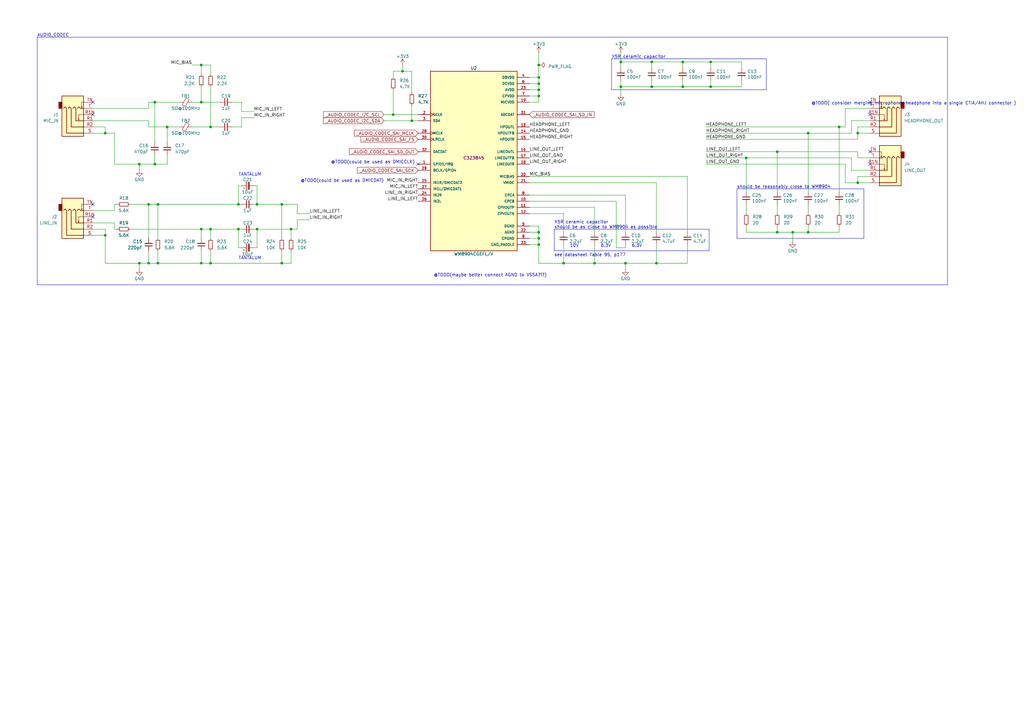
<source format=kicad_sch>
(kicad_sch (version 20230121) (generator eeschema)
  (paper "A3")
  (lib_symbols
    (symbol "Connector_Audio:AudioJack4_SwitchTR1"
      (property "Reference" "J" (at 0 11.43 0))
      (property "Value" "AudioJack4_SwitchTR1" (at 0 8.89 0))
      (symbol "AudioJack4_SwitchTR1_0_1"
        (rectangle (start -7.62 -5.08) (end -8.89 -7.62) (stroke (width 0.254)) (fill (type outline)))
        (polyline (pts (xy 1.27 -5.08) (xy 2.54 -5.08)))
        (polyline (pts (xy 1.27 2.54) (xy 2.54 2.54)))
        (polyline (pts (xy 2.54 0) (xy 1.27 0)))
        (polyline (pts (xy 2.54 5.08) (xy 1.27 5.08)))
        (rectangle (start 1.27 6.35) (end -7.62 -10.16) (stroke (width 0.254)) (fill (type background)))
      )
      (symbol "AudioJack4_SwitchTR1_1_1"
        (polyline (pts (xy -0.762 -0.254) (xy -0.508 -0.762)))
        (polyline (pts (xy 0.508 -5.334) (xy 0.762 -5.842)))
        (polyline (pts (xy -1.27 -5.08) (xy -0.635 -5.715) (xy 0 -5.08) (xy 1.27 -5.08)) (stroke (width 0.254)))
        (polyline (pts (xy 2.54 -7.62) (xy 0.508 -7.62) (xy 0.508 -5.334) (xy 0.254 -5.842)))
        (polyline (pts (xy 2.54 -2.54) (xy -0.762 -2.54) (xy -0.762 -0.254) (xy -1.016 -0.762)))
        (polyline (pts (xy -3.175 -5.08) (xy -2.54 -5.715) (xy -1.905 -5.08) (xy -1.905 0) (xy 1.27 0)) (stroke (width 0.254)))
        (polyline (pts (xy 1.27 2.54) (xy -3.81 2.54) (xy -3.81 -5.08) (xy -4.445 -5.715) (xy -5.08 -5.08)) (stroke (width 0.254)))
        (polyline (pts (xy 1.27 5.08) (xy -5.715 5.08) (xy -5.715 -5.08) (xy -6.35 -5.715) (xy -6.985 -5.08)) (stroke (width 0.254)))
        (pin passive line (at 5.08 0 180) (length 2.54) (name "~") (number "R1"))
        (pin passive line (at 5.08 -2.54 180) (length 2.54) (name "~") (number "R1N"))
        (pin passive line (at 5.08 2.54 180) (length 2.54) (name "~") (number "R2"))
        (pin passive line (at 5.08 5.08 180) (length 2.54) (name "~") (number "S"))
        (pin passive line (at 5.08 -5.08 180) (length 2.54) (name "~") (number "T"))
        (pin passive line (at 5.08 -7.62 180) (length 2.54) (name "~") (number "TN"))
      )
    )
    (symbol "Device:C_Polarized_Small" (pin_numbers hide) (pin_names (offset 0.254) hide)
      (property "Reference" "C" (at 0.254 1.778 0))
      (property "Value" "C_Polarized_Small" (at 0.254 -2.032 0))
      (symbol "C_Polarized_Small_0_1"
        (rectangle (start -1.524 -0.3048) (end 1.524 -0.6858) (fill (type outline)))
        (rectangle (start -1.524 0.6858) (end 1.524 0.3048))
        (polyline (pts (xy -1.27 1.524) (xy -0.762 1.524)))
        (polyline (pts (xy -1.016 1.27) (xy -1.016 1.778)))
      )
      (symbol "C_Polarized_Small_1_1"
        (pin passive line (at 0 2.54 270) (length 1.8542) (name "~") (number "1"))
        (pin passive line (at 0 -2.54 90) (length 1.8542) (name "~") (number "2"))
      )
    )
    (symbol "Device:C_Small" (pin_numbers hide) (pin_names (offset 0.254) hide)
      (property "Reference" "C" (at 0.254 1.778 0))
      (property "Value" "C_Small" (at 0.254 -2.032 0))
      (symbol "C_Small_0_1"
        (polyline (pts (xy -1.524 -0.508) (xy 1.524 -0.508)) (stroke (width 0.3302)))
        (polyline (pts (xy -1.524 0.508) (xy 1.524 0.508)) (stroke (width 0.3048)))
      )
      (symbol "C_Small_1_1"
        (pin passive line (at 0 2.54 270) (length 2.032) (name "~") (number "1"))
        (pin passive line (at 0 -2.54 90) (length 2.032) (name "~") (number "2"))
      )
    )
    (symbol "Device:FerriteBead_Small" (pin_numbers hide) (pin_names (offset 0))
      (property "Reference" "FB" (at 1.905 1.27 0))
      (property "Value" "FerriteBead_Small" (at 1.905 -1.27 0))
      (symbol "FerriteBead_Small_0_1"
        (polyline (pts (xy 0 -1.27) (xy 0 -0.7874)))
        (polyline (pts (xy 0 0.889) (xy 0 1.2954)))
        (polyline (pts (xy -1.8288 0.2794) (xy -1.1176 1.4986) (xy 1.8288 -0.2032) (xy 1.1176 -1.4224) (xy -1.8288 0.2794)))
      )
      (symbol "FerriteBead_Small_1_1"
        (pin passive line (at 0 2.54 270) (length 1.27) (name "~") (number "1"))
        (pin passive line (at 0 -2.54 90) (length 1.27) (name "~") (number "2"))
      )
    )
    (symbol "Device:R_Small" (pin_numbers hide) (pin_names (offset 0.254) hide)
      (property "Reference" "R" (at 0.762 0.508 0))
      (property "Value" "R_Small" (at 0.762 -1.016 0))
      (symbol "R_Small_0_1"
        (rectangle (start -0.762 1.778) (end 0.762 -1.778) (stroke (width 0.2032)))
      )
      (symbol "R_Small_1_1"
        (pin passive line (at 0 2.54 270) (length 0.762) (name "~") (number "1"))
        (pin passive line (at 0 -2.54 90) (length 0.762) (name "~") (number "2"))
      )
    )
    (symbol "WM8904CGEFL:WM8904CGEFL{slash}V" (pin_names (offset 1.016))
      (property "Reference" "U" (at -17.78 36.322 0))
      (property "Value" "WM8904CGEFL{slash}V" (at -17.78 -40.64 0))
      (symbol "WM8904CGEFL{slash}V_0_0"
        (rectangle (start -17.78 -38.1) (end 17.78 35.56) (stroke (width 0.254)) (fill (type background)))
        (pin bidirectional line (at -22.86 -2.54 0) (length 5.08) (name "GPIO1/IRQ") (number "1"))
        (pin output line (at 22.86 -17.78 180) (length 5.08) (name "CPCB") (number "10"))
        (pin output line (at 22.86 -20.32 180) (length 5.08) (name "CPVOUTP") (number "11"))
        (pin output line (at 22.86 -22.86 180) (length 5.08) (name "CPVOUTN") (number "12"))
        (pin output line (at 22.86 12.7 180) (length 5.08) (name "HPOUTL") (number "13"))
        (pin input line (at 22.86 10.16 180) (length 5.08) (name "HPOUTFB") (number "14"))
        (pin output line (at 22.86 7.62 180) (length 5.08) (name "HPOUTR") (number "15"))
        (pin output line (at 22.86 2.54 180) (length 5.08) (name "LINEOUTL") (number "16"))
        (pin input line (at 22.86 0 180) (length 5.08) (name "LINEOUTFB") (number "17"))
        (pin output line (at 22.86 -2.54 180) (length 5.08) (name "LINEOUTR") (number "18"))
        (pin power_in line (at 22.86 22.86 180) (length 5.08) (name "MICVDD") (number "19"))
        (pin input clock (at -22.86 17.78 0) (length 5.08) (name "SCLK") (number "2"))
        (pin output line (at 22.86 -7.62 180) (length 5.08) (name "MICBIAS") (number "20"))
        (pin passive line (at 22.86 -10.16 180) (length 5.08) (name "VMIDC") (number "21"))
        (pin power_in line (at 22.86 -30.48 180) (length 5.08) (name "AGND") (number "22"))
        (pin power_in line (at 22.86 27.94 180) (length 5.08) (name "AVDD") (number "23"))
        (pin input line (at -22.86 -15.24 0) (length 5.08) (name "IN2R") (number "24"))
        (pin input line (at -22.86 -10.16 0) (length 5.08) (name "IN1R/DMICDAT2") (number "25"))
        (pin input line (at -22.86 -17.78 0) (length 5.08) (name "IN2L") (number "26"))
        (pin input line (at -22.86 -12.7 0) (length 5.08) (name "IN1L/DMICDAT1") (number "27"))
        (pin input clock (at -22.86 10.16 0) (length 5.08) (name "MCLK") (number "28"))
        (pin bidirectional line (at -22.86 -5.08 0) (length 5.08) (name "BCLK/GPIO4") (number "29"))
        (pin bidirectional line (at -22.86 15.24 0) (length 5.08) (name "SDA") (number "3"))
        (pin bidirectional clock (at -22.86 7.62 0) (length 5.08) (name "LRCLK") (number "30"))
        (pin output line (at 22.86 17.78 180) (length 5.08) (name "ADCDAT") (number "31"))
        (pin input line (at -22.86 2.54 0) (length 5.08) (name "DACDAT") (number "32"))
        (pin power_in line (at 22.86 -35.56 180) (length 5.08) (name "GND_PADDLE") (number "33"))
        (pin power_in line (at 22.86 33.02 180) (length 5.08) (name "DBVDD") (number "4"))
        (pin power_in line (at 22.86 -27.94 180) (length 5.08) (name "DGND") (number "5"))
        (pin power_in line (at 22.86 30.48 180) (length 5.08) (name "DCVDD") (number "6"))
        (pin power_in line (at 22.86 25.4 180) (length 5.08) (name "CPVDD") (number "7"))
        (pin output line (at 22.86 -15.24 180) (length 5.08) (name "CPCA") (number "8"))
        (pin power_in line (at 22.86 -33.02 180) (length 5.08) (name "CPGND") (number "9"))
      )
    )
    (symbol "power:+3V3" (power) (pin_names (offset 0))
      (property "Value" "+3V3" (at 0 3.556 0))
      (symbol "+3V3_0_1"
        (polyline (pts (xy -0.762 1.27) (xy 0 2.54)))
        (polyline (pts (xy 0 0) (xy 0 2.54)))
        (polyline (pts (xy 0 2.54) (xy 0.762 1.27)))
      )
      (symbol "+3V3_1_1"
        (pin power_in line (at 0 0 90) (length 0) hide (name "+3V3") (number "1"))
      )
    )
    (symbol "power:GND" (power) (pin_names (offset 0))
      (property "Value" "GND" (at 0 -3.81 0))
      (symbol "GND_0_1"
        (polyline (pts (xy 0 0) (xy 0 -1.27) (xy 1.27 -1.27) (xy 0 -2.54) (xy -1.27 -1.27) (xy 0 -1.27)))
      )
      (symbol "GND_1_1"
        (pin power_in line (at 0 0 270) (length 0) hide (name "GND") (number "1"))
      )
    )
    (symbol "power:PWR_FLAG" (power) (pin_numbers hide) (pin_names (offset 0) hide)
      (property "Value" "PWR_FLAG" (at 0 3.81 0))
      (symbol "PWR_FLAG_0_0"
        (pin power_out line (at 0 0 90) (length 0) (name "pwr") (number "1"))
      )
      (symbol "PWR_FLAG_0_1"
        (polyline (pts (xy 0 0) (xy 0 1.27) (xy -1.016 1.905) (xy 0 2.54) (xy 1.016 1.905) (xy 0 1.27)))
      )
    )
  )
  (junction (at 220.98 39.37))
  (junction (at 280.035 35.56))
  (junction (at 351.79 54.61))
  (junction (at 331.47 54.61))
  (junction (at 82.55 41.91))
  (junction (at 86.36 52.07))
  (junction (at 115.57 83.82))
  (junction (at 291.465 25.4))
  (junction (at 119.38 93.98))
  (junction (at 220.98 95.25))
  (junction (at 105.41 93.98))
  (junction (at 43.18 54.61))
  (junction (at 254.635 25.4))
  (junction (at 318.77 62.23))
  (junction (at 267.335 25.4))
  (junction (at 64.77 107.95))
  (junction (at 220.98 100.33))
  (junction (at 57.15 67.31))
  (junction (at 60.96 83.82))
  (junction (at 82.55 26.67))
  (junction (at 168.91 49.53))
  (junction (at 220.98 97.79))
  (junction (at 220.98 31.75))
  (junction (at 256.54 107.95))
  (junction (at 86.36 107.95))
  (junction (at 82.55 93.98))
  (junction (at 318.77 95.25))
  (junction (at 306.07 64.77))
  (junction (at 63.5 41.91))
  (junction (at 97.79 83.82))
  (junction (at 165.1 29.21))
  (junction (at 267.335 35.56))
  (junction (at 291.465 35.56))
  (junction (at 344.17 52.07))
  (junction (at 115.57 107.95))
  (junction (at 161.29 46.99))
  (junction (at 325.12 95.25))
  (junction (at 220.98 26.67))
  (junction (at 231.14 107.95))
  (junction (at 105.41 83.82))
  (junction (at 43.18 96.52))
  (junction (at 220.98 34.29))
  (junction (at 82.55 107.95))
  (junction (at 64.77 83.82))
  (junction (at 351.79 74.93))
  (junction (at 97.79 93.98))
  (junction (at 280.035 25.4))
  (junction (at 331.47 95.25))
  (junction (at 254.635 35.56))
  (junction (at 86.36 93.98))
  (junction (at 57.15 107.95))
  (junction (at 68.58 52.07))
  (junction (at 220.98 36.83))
  (junction (at 243.84 107.95))
  (junction (at 269.24 107.95))
  (junction (at 60.96 107.95))
  (junction (at 63.5 67.31))
  (no_connect (at 38.1 46.99))
  (no_connect (at 38.1 83.82))
  (no_connect (at 356.87 46.99))
  (no_connect (at 38.1 88.9))
  (no_connect (at 171.45 67.31))
  (no_connect (at 356.87 41.91))
  (no_connect (at 356.87 67.31))
  (no_connect (at 38.1 41.91))
  (no_connect (at 356.87 62.23))
  (wire (pts (xy 165.1 29.21) (xy 168.91 29.21)))
  (polyline (pts (xy 227.33 102.87) (xy 227.33 93.98)))
  (wire (pts (xy 220.98 31.75) (xy 220.98 26.67)))
  (wire (pts (xy 68.58 63.5) (xy 68.58 67.31)))
  (wire (pts (xy 267.335 25.4) (xy 280.035 25.4)))
  (wire (pts (xy 220.98 26.67) (xy 220.98 21.59)))
  (wire (pts (xy 121.92 90.17) (xy 127 90.17)))
  (wire (pts (xy 82.55 107.95) (xy 86.36 107.95)))
  (wire (pts (xy 86.36 93.98) (xy 97.79 93.98)))
  (wire (pts (xy 304.165 35.56) (xy 291.465 35.56)))
  (wire (pts (xy 289.56 57.15) (xy 351.79 57.15)))
  (polyline (pts (xy 227.33 93.98) (xy 290.83 93.98)))
  (wire (pts (xy 217.17 36.83) (xy 220.98 36.83)))
  (wire (pts (xy 217.17 41.91) (xy 220.98 41.91)))
  (wire (pts (xy 78.74 52.07) (xy 86.36 52.07)))
  (wire (pts (xy 306.07 64.77) (xy 306.07 78.74)))
  (wire (pts (xy 349.25 49.53) (xy 356.87 49.53)))
  (wire (pts (xy 318.77 62.23) (xy 351.79 62.23)))
  (wire (pts (xy 60.96 44.45) (xy 60.96 41.91)))
  (wire (pts (xy 318.77 95.25) (xy 318.77 92.71)))
  (wire (pts (xy 121.92 87.63) (xy 121.92 83.82)))
  (wire (pts (xy 217.17 85.09) (xy 243.84 85.09)))
  (wire (pts (xy 217.17 87.63) (xy 231.14 87.63)))
  (wire (pts (xy 256.54 101.6) (xy 256.54 100.33)))
  (wire (pts (xy 43.18 54.61) (xy 46.99 54.61)))
  (wire (pts (xy 351.79 52.07) (xy 351.79 54.61)))
  (wire (pts (xy 281.94 95.25) (xy 281.94 72.39)))
  (wire (pts (xy 351.79 64.77) (xy 351.79 62.23)))
  (wire (pts (xy 254.635 33.02) (xy 254.635 35.56)))
  (wire (pts (xy 121.92 93.98) (xy 121.92 90.17)))
  (wire (pts (xy 306.07 92.71) (xy 306.07 95.25)))
  (wire (pts (xy 269.24 100.33) (xy 269.24 107.95)))
  (wire (pts (xy 220.98 39.37) (xy 220.98 36.83)))
  (wire (pts (xy 331.47 54.61) (xy 331.47 78.74)))
  (wire (pts (xy 252.73 82.55) (xy 252.73 101.6)))
  (wire (pts (xy 220.98 95.25) (xy 220.98 97.79)))
  (wire (pts (xy 57.15 67.31) (xy 57.15 69.85)))
  (wire (pts (xy 346.71 44.45) (xy 346.71 52.07)))
  (wire (pts (xy 64.77 83.82) (xy 64.77 97.79)))
  (wire (pts (xy 82.55 107.95) (xy 64.77 107.95)))
  (wire (pts (xy 269.24 74.93) (xy 269.24 95.25)))
  (wire (pts (xy 60.96 52.07) (xy 68.58 52.07)))
  (wire (pts (xy 356.87 64.77) (xy 351.79 64.77)))
  (wire (pts (xy 119.38 102.87) (xy 119.38 107.95)))
  (wire (pts (xy 64.77 107.95) (xy 60.96 107.95)))
  (wire (pts (xy 60.96 102.87) (xy 60.96 107.95)))
  (wire (pts (xy 351.79 72.39) (xy 351.79 74.93)))
  (wire (pts (xy 38.1 49.53) (xy 60.96 49.53)))
  (wire (pts (xy 289.56 64.77) (xy 306.07 64.77)))
  (wire (pts (xy 86.36 93.98) (xy 86.36 97.79)))
  (wire (pts (xy 351.79 57.15) (xy 351.79 54.61)))
  (wire (pts (xy 99.06 101.6) (xy 97.79 101.6)))
  (wire (pts (xy 43.18 96.52) (xy 43.18 107.95)))
  (wire (pts (xy 243.84 107.95) (xy 256.54 107.95)))
  (wire (pts (xy 217.17 39.37) (xy 220.98 39.37)))
  (wire (pts (xy 86.36 102.87) (xy 86.36 107.95)))
  (wire (pts (xy 86.36 30.48) (xy 86.36 26.67)))
  (wire (pts (xy 267.335 35.56) (xy 254.635 35.56)))
  (wire (pts (xy 115.57 83.82) (xy 121.92 83.82)))
  (wire (pts (xy 95.25 52.07) (xy 99.06 52.07)))
  (wire (pts (xy 78.74 26.67) (xy 82.55 26.67)))
  (wire (pts (xy 97.79 93.98) (xy 99.06 93.98)))
  (wire (pts (xy 82.55 93.98) (xy 86.36 93.98)))
  (wire (pts (xy 217.17 82.55) (xy 252.73 82.55)))
  (wire (pts (xy 217.17 74.93) (xy 269.24 74.93)))
  (wire (pts (xy 60.96 83.82) (xy 60.96 97.79)))
  (wire (pts (xy 220.98 100.33) (xy 220.98 107.95)))
  (polyline (pts (xy 15.24 116.84) (xy 388.62 116.84)))
  (wire (pts (xy 105.41 93.98) (xy 105.41 101.6)))
  (wire (pts (xy 243.84 85.09) (xy 243.84 95.25)))
  (wire (pts (xy 217.17 34.29) (xy 220.98 34.29)))
  (wire (pts (xy 291.465 25.4) (xy 291.465 27.94)))
  (wire (pts (xy 82.55 93.98) (xy 82.55 97.79)))
  (wire (pts (xy 64.77 83.82) (xy 97.79 83.82)))
  (wire (pts (xy 53.34 83.82) (xy 60.96 83.82)))
  (wire (pts (xy 105.41 76.2) (xy 105.41 83.82)))
  (polyline (pts (xy 227.33 102.87) (xy 290.83 102.87)))
  (polyline (pts (xy 354.33 97.79) (xy 302.26 97.79)))
  (wire (pts (xy 289.56 67.31) (xy 346.71 67.31)))
  (wire (pts (xy 63.5 41.91) (xy 63.5 58.42)))
  (wire (pts (xy 281.94 100.33) (xy 281.94 107.95)))
  (wire (pts (xy 351.79 74.93) (xy 356.87 74.93)))
  (wire (pts (xy 104.14 76.2) (xy 105.41 76.2)))
  (wire (pts (xy 280.035 25.4) (xy 291.465 25.4)))
  (wire (pts (xy 344.17 83.82) (xy 344.17 87.63)))
  (wire (pts (xy 46.99 93.98) (xy 48.26 93.98)))
  (wire (pts (xy 115.57 83.82) (xy 115.57 97.79)))
  (wire (pts (xy 168.91 29.21) (xy 168.91 38.1)))
  (wire (pts (xy 43.18 52.07) (xy 38.1 52.07)))
  (wire (pts (xy 217.17 97.79) (xy 220.98 97.79)))
  (wire (pts (xy 157.48 49.53) (xy 168.91 49.53)))
  (wire (pts (xy 97.79 76.2) (xy 97.79 83.82)))
  (wire (pts (xy 217.17 80.01) (xy 256.54 80.01)))
  (wire (pts (xy 344.17 52.07) (xy 344.17 78.74)))
  (wire (pts (xy 127 87.63) (xy 121.92 87.63)))
  (wire (pts (xy 95.25 41.91) (xy 99.06 41.91)))
  (wire (pts (xy 346.71 67.31) (xy 346.71 74.93)))
  (polyline (pts (xy 302.26 77.47) (xy 354.33 77.47)))
  (wire (pts (xy 57.15 110.49) (xy 57.15 107.95)))
  (wire (pts (xy 46.99 83.82) (xy 48.26 83.82)))
  (wire (pts (xy 291.465 25.4) (xy 304.165 25.4)))
  (wire (pts (xy 356.87 72.39) (xy 351.79 72.39)))
  (wire (pts (xy 220.98 92.71) (xy 220.98 95.25)))
  (wire (pts (xy 60.96 83.82) (xy 64.77 83.82)))
  (wire (pts (xy 256.54 80.01) (xy 256.54 95.25)))
  (wire (pts (xy 115.57 102.87) (xy 115.57 107.95)))
  (wire (pts (xy 46.99 91.44) (xy 46.99 93.98)))
  (wire (pts (xy 331.47 54.61) (xy 349.25 54.61)))
  (wire (pts (xy 38.1 44.45) (xy 60.96 44.45)))
  (wire (pts (xy 280.035 35.56) (xy 267.335 35.56)))
  (wire (pts (xy 53.34 93.98) (xy 82.55 93.98)))
  (wire (pts (xy 105.41 83.82) (xy 104.14 83.82)))
  (wire (pts (xy 161.29 46.99) (xy 171.45 46.99)))
  (wire (pts (xy 73.66 41.91) (xy 63.5 41.91)))
  (wire (pts (xy 281.94 107.95) (xy 269.24 107.95)))
  (wire (pts (xy 43.18 52.07) (xy 43.18 54.61)))
  (wire (pts (xy 344.17 52.07) (xy 346.71 52.07)))
  (wire (pts (xy 267.335 33.02) (xy 267.335 35.56)))
  (wire (pts (xy 254.635 35.56) (xy 254.635 38.735)))
  (wire (pts (xy 99.06 41.91) (xy 99.06 45.72)))
  (wire (pts (xy 267.335 25.4) (xy 267.335 27.94)))
  (wire (pts (xy 291.465 33.02) (xy 291.465 35.56)))
  (wire (pts (xy 217.17 31.75) (xy 220.98 31.75)))
  (polyline (pts (xy 302.26 95.25) (xy 302.26 77.47)))
  (wire (pts (xy 243.84 100.33) (xy 243.84 107.95)))
  (wire (pts (xy 346.71 44.45) (xy 356.87 44.45)))
  (wire (pts (xy 43.18 96.52) (xy 38.1 96.52)))
  (wire (pts (xy 349.25 69.85) (xy 356.87 69.85)))
  (wire (pts (xy 306.07 83.82) (xy 306.07 87.63)))
  (wire (pts (xy 351.79 54.61) (xy 356.87 54.61)))
  (wire (pts (xy 38.1 91.44) (xy 46.99 91.44)))
  (polyline (pts (xy 290.83 93.98) (xy 290.83 102.87)))
  (wire (pts (xy 57.15 67.31) (xy 63.5 67.31)))
  (wire (pts (xy 104.14 48.26) (xy 99.06 48.26)))
  (wire (pts (xy 325.12 95.25) (xy 318.77 95.25)))
  (wire (pts (xy 86.36 35.56) (xy 86.36 52.07)))
  (wire (pts (xy 82.55 35.56) (xy 82.55 41.91)))
  (wire (pts (xy 38.1 93.98) (xy 43.18 93.98)))
  (wire (pts (xy 220.98 97.79) (xy 220.98 100.33)))
  (wire (pts (xy 46.99 67.31) (xy 57.15 67.31)))
  (wire (pts (xy 97.79 83.82) (xy 99.06 83.82)))
  (wire (pts (xy 231.14 87.63) (xy 231.14 95.25)))
  (wire (pts (xy 331.47 92.71) (xy 331.47 95.25)))
  (wire (pts (xy 325.12 99.06) (xy 325.12 95.25)))
  (wire (pts (xy 349.25 49.53) (xy 349.25 54.61)))
  (wire (pts (xy 289.56 62.23) (xy 318.77 62.23)))
  (wire (pts (xy 306.07 64.77) (xy 349.25 64.77)))
  (wire (pts (xy 325.12 95.25) (xy 331.47 95.25)))
  (wire (pts (xy 99.06 45.72) (xy 104.14 45.72)))
  (wire (pts (xy 220.98 41.91) (xy 220.98 39.37)))
  (wire (pts (xy 168.91 43.18) (xy 168.91 49.53)))
  (wire (pts (xy 97.79 93.98) (xy 97.79 101.6)))
  (wire (pts (xy 256.54 107.95) (xy 269.24 107.95)))
  (wire (pts (xy 280.035 25.4) (xy 280.035 27.94)))
  (wire (pts (xy 254.635 25.4) (xy 267.335 25.4)))
  (wire (pts (xy 99.06 76.2) (xy 97.79 76.2)))
  (wire (pts (xy 280.035 33.02) (xy 280.035 35.56)))
  (wire (pts (xy 104.14 101.6) (xy 105.41 101.6)))
  (wire (pts (xy 291.465 35.56) (xy 280.035 35.56)))
  (wire (pts (xy 105.41 93.98) (xy 119.38 93.98)))
  (wire (pts (xy 60.96 49.53) (xy 60.96 52.07)))
  (wire (pts (xy 99.06 48.26) (xy 99.06 52.07)))
  (wire (pts (xy 161.29 29.21) (xy 161.29 31.75)))
  (wire (pts (xy 217.17 92.71) (xy 220.98 92.71)))
  (wire (pts (xy 254.635 25.4) (xy 254.635 27.94)))
  (wire (pts (xy 46.99 54.61) (xy 46.99 67.31)))
  (wire (pts (xy 82.55 26.67) (xy 82.55 30.48)))
  (wire (pts (xy 43.18 93.98) (xy 43.18 96.52)))
  (wire (pts (xy 289.56 54.61) (xy 331.47 54.61)))
  (wire (pts (xy 252.73 101.6) (xy 256.54 101.6)))
  (polyline (pts (xy 15.24 116.84) (xy 15.24 15.24)))
  (wire (pts (xy 168.91 49.53) (xy 171.45 49.53)))
  (wire (pts (xy 351.79 52.07) (xy 356.87 52.07)))
  (polyline (pts (xy 354.33 77.47) (xy 354.33 97.79)))
  (wire (pts (xy 217.17 100.33) (xy 220.98 100.33)))
  (wire (pts (xy 165.1 29.21) (xy 165.1 26.67)))
  (wire (pts (xy 217.17 72.39) (xy 281.94 72.39)))
  (wire (pts (xy 43.18 54.61) (xy 38.1 54.61)))
  (wire (pts (xy 105.41 83.82) (xy 115.57 83.82)))
  (polyline (pts (xy 302.26 95.25) (xy 302.26 97.79)))
  (wire (pts (xy 289.56 52.07) (xy 344.17 52.07)))
  (wire (pts (xy 318.77 83.82) (xy 318.77 87.63)))
  (wire (pts (xy 220.98 34.29) (xy 220.98 31.75)))
  (wire (pts (xy 306.07 95.25) (xy 318.77 95.25)))
  (wire (pts (xy 68.58 52.07) (xy 68.58 58.42)))
  (wire (pts (xy 38.1 86.36) (xy 46.99 86.36)))
  (wire (pts (xy 64.77 102.87) (xy 64.77 107.95)))
  (wire (pts (xy 104.14 93.98) (xy 105.41 93.98)))
  (wire (pts (xy 82.55 102.87) (xy 82.55 107.95)))
  (polyline (pts (xy 388.62 15.24) (xy 388.62 116.84)))
  (wire (pts (xy 86.36 107.95) (xy 115.57 107.95)))
  (wire (pts (xy 231.14 100.33) (xy 231.14 107.95)))
  (wire (pts (xy 220.98 36.83) (xy 220.98 34.29)))
  (wire (pts (xy 217.17 95.25) (xy 220.98 95.25)))
  (wire (pts (xy 344.17 95.25) (xy 331.47 95.25)))
  (wire (pts (xy 63.5 63.5) (xy 63.5 67.31)))
  (wire (pts (xy 63.5 67.31) (xy 68.58 67.31)))
  (wire (pts (xy 86.36 26.67) (xy 82.55 26.67)))
  (wire (pts (xy 318.77 62.23) (xy 318.77 78.74)))
  (wire (pts (xy 57.15 107.95) (xy 60.96 107.95)))
  (wire (pts (xy 119.38 107.95) (xy 115.57 107.95)))
  (wire (pts (xy 68.58 52.07) (xy 73.66 52.07)))
  (wire (pts (xy 304.165 27.94) (xy 304.165 25.4)))
  (wire (pts (xy 256.54 107.95) (xy 256.54 110.49)))
  (wire (pts (xy 161.29 36.83) (xy 161.29 46.99)))
  (wire (pts (xy 346.71 74.93) (xy 351.79 74.93)))
  (wire (pts (xy 304.165 33.02) (xy 304.165 35.56)))
  (wire (pts (xy 63.5 41.91) (xy 60.96 41.91)))
  (wire (pts (xy 349.25 64.77) (xy 349.25 69.85)))
  (wire (pts (xy 344.17 92.71) (xy 344.17 95.25)))
  (polyline (pts (xy 15.24 15.24) (xy 388.62 15.24)))
  (wire (pts (xy 254.635 21.59) (xy 254.635 25.4)))
  (wire (pts (xy 220.98 107.95) (xy 231.14 107.95)))
  (wire (pts (xy 82.55 41.91) (xy 90.17 41.91)))
  (wire (pts (xy 78.74 41.91) (xy 82.55 41.91)))
  (wire (pts (xy 119.38 93.98) (xy 121.92 93.98)))
  (wire (pts (xy 231.14 107.95) (xy 243.84 107.95)))
  (wire (pts (xy 43.18 107.95) (xy 57.15 107.95)))
  (wire (pts (xy 119.38 93.98) (xy 119.38 97.79)))
  (wire (pts (xy 161.29 29.21) (xy 165.1 29.21)))
  (wire (pts (xy 331.47 83.82) (xy 331.47 87.63)))
  (wire (pts (xy 157.48 46.99) (xy 161.29 46.99)))
  (wire (pts (xy 46.99 86.36) (xy 46.99 83.82)))
  (wire (pts (xy 86.36 52.07) (xy 90.17 52.07)))
  (rectangle (start 250.825 24.13) (end 314.325 36.83))
  (text "see datasheet Table 95, p177" (at 227.33 105.41 0) (effects (font (size 1.27 1.27)) (justify left bottom)))
  (text "X5R ceramic capacitor\nshould be as close to WM8904 as possible" (at 227.33 93.98 0) (effects (font (size 1.27 1.27)) (justify left bottom)))
  (text "AUDIO_CODEC" (at 15.24 15.24 0) (effects (font (size 1.27 1.27)) (justify left bottom)))
  (text "@TODO(could be used as DMICDAT)" (at 157.48 74.93 0) (effects (font (size 1.27 1.27)) (justify right bottom)))
  (text "@TODO( consider merging microphone+headphone into a single CTIA/AHJ connector )" (at 332.74 43.18 0) (effects (font (size 1.27 1.27)) (justify left bottom)))
  (text "TANTALUM" (at 97.79 106.68 0) (effects (font (size 1.27 1.27)) (justify left bottom)))
  (text "TANTALUM" (at 97.79 72.39 0) (effects (font (size 1.27 1.27)) (justify left bottom)))
  (text "@TODO(maybe better connect AGND to VSSA?!?)" (at 177.8 113.665 0) (effects (font (size 1.27 1.27)) (justify left bottom)))
  (text "10V" (at 233.68 101.6 0) (effects (font (size 1.27 1.27)) (justify left bottom)))
  (text "6.3V" (at 246.38 101.6 0) (effects (font (size 1.27 1.27)) (justify left bottom)))
  (text "@TODO(could be used as DMICCLK)" (at 170.18 67.31 0) (effects (font (size 1.27 1.27)) (justify right bottom)))
  (text "should be reasonably close to WM8904" (at 302.26 77.47 0) (effects (font (size 1.27 1.27)) (justify left bottom)))
  (text "X5R ceramic capacitor" (at 250.825 24.13 0) (effects (font (size 1.27 1.27)) (justify left bottom)))
  (text "6.3V" (at 259.08 101.6 0) (effects (font (size 1.27 1.27)) (justify left bottom)))
  (label "LINE_OUT_GND" (at 217.17 64.77 0))
  (label "MIC_IN_RIGHT" (at 171.45 74.93 180))
  (label "LINE_IN_LEFT" (at 171.45 82.55 180))
  (label "HEADPHONE_GND" (at 289.56 57.15 0))
  (label "LINE_IN_RIGHT" (at 127 90.17 0))
  (label "HEADPHONE_LEFT" (at 289.56 52.07 0))
  (label "LINE_IN_RIGHT" (at 171.45 80.01 180))
  (label "MIC_BIAS" (at 78.74 26.67 180))
  (label "HEADPHONE_LEFT" (at 217.17 52.07 0))
  (label "LINE_OUT_RIGHT" (at 289.56 64.77 0))
  (label "LINE_IN_LEFT" (at 127 87.63 0))
  (label "MIC_IN_LEFT" (at 171.45 77.47 180))
  (label "LINE_OUT_LEFT" (at 289.56 62.23 0))
  (label "MIC_IN_LEFT" (at 104.14 45.72 0))
  (label "LINE_OUT_RIGHT" (at 217.17 67.31 0))
  (label "HEADPHONE_RIGHT" (at 217.17 57.15 0))
  (label "HEADPHONE_GND" (at 217.17 54.61 0))
  (label "HEADPHONE_RIGHT" (at 289.56 54.61 0))
  (label "MIC_BIAS" (at 217.17 72.39 0))
  (label "LINE_OUT_GND" (at 289.56 67.31 0))
  (label "MIC_IN_RIGHT" (at 104.14 48.26 0))
  (label "LINE_OUT_LEFT" (at 217.17 62.23 0))
  (global_label "_AUDIO_CODEC_SAI_SCK" (shape input) (at 171.45 69.85 180) (property "Intersheetrefs" "${INTERSHEET_REFS}" (effects hide)))
  (global_label "_AUDIO_CODEC_I2C_SDA" (shape input) (at 157.48 49.53 180) (property "Intersheetrefs" "${INTERSHEET_REFS}" (effects hide)))
  (global_label "_AUDIO_CODEC_SAI_SD_OUT" (shape input) (at 171.45 62.23 180) (property "Intersheetrefs" "${INTERSHEET_REFS}" (effects hide)))
  (global_label "_AUDIO_CODEC_SAI_MCLK" (shape input) (at 171.45 54.61 180) (property "Intersheetrefs" "${INTERSHEET_REFS}" (effects hide)))
  (global_label "_AUDIO_CODEC_I2C_SCL" (shape input) (at 157.48 46.99 180) (property "Intersheetrefs" "${INTERSHEET_REFS}" (effects hide)))
  (global_label "_AUDIO_CODEC_SAI_SD_IN" (shape input) (at 217.17 46.99 0) (property "Intersheetrefs" "${INTERSHEET_REFS}" (effects hide)))
  (global_label "_AUDIO_CODEC_SAI_FS" (shape input) (at 171.45 57.15 180) (property "Intersheetrefs" "${INTERSHEET_REFS}" (effects hide)))
  (symbol (lib_id "Connector_Audio:AudioJack4_SwitchTR1") (at 33.02 91.44 0) (mirror x) (unit 1)
    (property "Reference" "J2" (at 23.495 88.9 0) (effects (justify right)))
    (property "Value" "LINE_IN" (at 23.495 91.44 0) (effects (justify right)))
  )
  (symbol (lib_id "WM8904CGEFL:WM8904CGEFL{slash}V") (at 194.31 64.77 0) (unit 1)
    (property "Reference" "U2" (at 194.31 27.94 0))
    (property "Value" "WM8904CGEFL/V" (at 194.31 104.14 0))
    (property "Footprint" "WM8904CGEFL:QFN40P400X400X80-33N" (effects hide))
    (property "LCSC" "C323845" (at 194.31 64.77 0))
    (instances (project "KLST_PANDA" (path "" (reference "U2") (unit 1)) (path "" (reference "U3") (unit 1))))
  )
  (symbol (lib_id "Device:C_Polarized_Small") (at 101.6 76.2 90) (unit 1)
    (property "Reference" "C21" (at 101.6 73.66 90))
    (property "Value" "10uF" (at 101.6 78.74 90))
    (instances (project "KLST_PANDA" (path "" (reference "C21") (unit 1)) (path "" (reference "C34") (unit 1))))
  )
  (symbol (lib_id "Device:C_Small") (at 60.96 100.33 180) (unit 1)
    (property "Reference" "C15" (at 58.42 99.06 0) (effects (justify left)))
    (property "Value" "220pF" (at 58.42 101.6 0) (effects (justify left)))
    (instances (project "KLST_PANDA" (path "" (reference "C15") (unit 1)) (path "" (reference "C28") (unit 1))))
  )
  (symbol (lib_id "Device:R_Small") (at 331.47 90.17 0) (unit 1)
    (property "Reference" "R30" (at 334.01 88.8999 0) (effects (justify left)))
    (property "Value" "20" (at 334.01 91.4399 0) (effects (justify left)))
    (instances (project "KLST_PANDA" (path "" (reference "R30") (unit 1)) (path "" (reference "R20") (unit 1))))
  )
  (symbol (lib_id "Device:C_Small") (at 280.035 30.48 0) (unit 1)
    (property "Reference" "C9" (at 282.3718 29.3116 0) (effects (justify left)))
    (property "Value" "100nF" (at 282.3718 31.623 0) (effects (justify left)))
    (property "Footprint" "Capacitor_SMD:C_0402_1005Metric" (effects hide))
    (property "LCSC" "C1525" (effects hide))
    (property "Extended Part" "-" (effects hide))
    (instances (project "KLST_PANDA" (path "" (reference "C9") (unit 1)) (path "" (reference "C44") (unit 1))))
  )
  (symbol (lib_id "Device:C_Small") (at 304.165 30.48 0) (unit 1)
    (property "Reference" "C13" (at 306.5018 29.3116 0) (effects (justify left)))
    (property "Value" "100nF" (at 306.5018 31.623 0) (effects (justify left)))
    (property "Footprint" "Capacitor_SMD:C_0402_1005Metric" (effects hide))
    (property "LCSC" "C1525" (effects hide))
    (property "Extended Part" "-" (effects hide))
    (instances (project "KLST_PANDA" (path "" (reference "C13") (unit 1)) (path "" (reference "C47") (unit 1))))
  )
  (symbol (lib_id "power:GND") (at 256.54 110.49 0) (unit 1)
    (property "Reference" "#PWR0104" (effects hide))
    (property "Value" "GND" (at 256.54 114.3 0))
    (instances (project "KLST_PANDA" (path "" (reference "#PWR0104") (unit 1)) (path "" (reference "#PWR041") (unit 1))))
  )
  (symbol (lib_id "Device:C_Small") (at 256.54 97.79 0) (unit 1)
    (property "Reference" "C10" (at 258.8768 96.6216 0) (effects (justify left)))
    (property "Value" "2.2uF" (at 258.8768 98.933 0) (effects (justify left)))
    (property "Footprint" "Capacitor_SMD:C_0402_1005Metric" (effects hide))
    (instances (project "KLST_PANDA" (path "" (reference "C10") (unit 1)) (path "" (reference "C41") (unit 1))))
  )
  (symbol (lib_id "Device:R_Small") (at 86.36 33.02 0) (unit 1)
    (property "Reference" "R22" (at 88.9 31.7499 0) (effects (justify left)))
    (property "Value" "2.2K" (at 88.9 34.2899 0) (effects (justify left)))
    (instances (project "KLST_PANDA" (path "" (reference "R22") (unit 1)) (path "" (reference "R12") (unit 1))))
  )
  (symbol (lib_id "Connector_Audio:AudioJack4_SwitchTR1") (at 361.95 69.85 180) (unit 1)
    (property "Reference" "J4" (at 370.84 67.31 0) (effects (justify right)))
    (property "Value" "LINE_OUT" (at 370.84 69.85 0) (effects (justify right)))
  )
  (symbol (lib_id "Device:R_Small") (at 306.07 90.17 0) (unit 1)
    (property "Reference" "R28" (at 308.61 88.8999 0) (effects (justify left)))
    (property "Value" "20" (at 308.61 91.4399 0) (effects (justify left)))
    (instances (project "KLST_PANDA" (path "" (reference "R28") (unit 1)) (path "" (reference "R18") (unit 1))))
  )
  (symbol (lib_id "Device:C_Small") (at 269.24 97.79 0) (unit 1)
    (property "Reference" "C12" (at 271.5768 96.6216 0) (effects (justify left)))
    (property "Value" "4.7uF" (at 271.5768 98.933 0) (effects (justify left)))
    (property "Footprint" "Capacitor_SMD:C_0402_1005Metric" (effects hide))
    (instances (project "KLST_PANDA" (path "" (reference "C12") (unit 1)) (path "" (reference "C43") (unit 1))))
  )
  (symbol (lib_id "power:+3V3") (at 254.635 21.59 0) (unit 1)
    (property "Reference" "#PWR0102" (effects hide))
    (property "Value" "+3V3" (at 254.635 18.034 0))
    (instances (project "KLST_PANDA" (path "" (reference "#PWR0102") (unit 1)) (path "" (reference "#PWR039") (unit 1))))
  )
  (symbol (lib_id "power:GND") (at 57.15 69.85 0) (unit 1)
    (property "Reference" "#PWR0107" (effects hide))
    (property "Value" "GND" (at 57.15 73.66 0))
    (instances (project "KLST_PANDA" (path "" (reference "#PWR0107") (unit 1)) (path "" (reference "#PWR035") (unit 1))))
  )
  (symbol (lib_id "Device:R_Small") (at 318.77 90.17 0) (unit 1)
    (property "Reference" "R29" (at 321.31 88.8999 0) (effects (justify left)))
    (property "Value" "20" (at 321.31 91.4399 0) (effects (justify left)))
    (instances (project "KLST_PANDA" (path "" (reference "R29") (unit 1)) (path "" (reference "R19") (unit 1))))
  )
  (symbol (lib_id "Device:C_Small") (at 281.94 97.79 0) (unit 1)
    (property "Reference" "C14" (at 284.2768 96.6216 0) (effects (justify left)))
    (property "Value" "4.7uF" (at 284.2768 98.933 0) (effects (justify left)))
    (property "Footprint" "Capacitor_SMD:C_0402_1005Metric" (effects hide))
    (instances (project "KLST_PANDA" (path "" (reference "C14") (unit 1)) (path "" (reference "C45") (unit 1))))
  )
  (symbol (lib_id "Device:C_Small") (at 92.71 52.07 90) (unit 1)
    (property "Reference" "C20" (at 92.71 49.53 90))
    (property "Value" "1uF" (at 92.71 54.61 90))
    (instances (project "KLST_PANDA" (path "" (reference "C20") (unit 1)) (path "" (reference "C33") (unit 1))))
  )
  (symbol (lib_id "power:GND") (at 325.12 99.06 0) (unit 1)
    (property "Reference" "#PWR0105" (effects hide))
    (property "Value" "GND" (at 325.12 102.87 0))
    (instances (project "KLST_PANDA" (path "" (reference "#PWR0105") (unit 1)) (path "" (reference "#PWR042") (unit 1))))
  )
  (symbol (lib_id "Device:R_Small") (at 64.77 100.33 0) (unit 1)
    (property "Reference" "R20" (at 67.31 99.0599 0) (effects (justify left)))
    (property "Value" "5.6K" (at 67.31 101.5999 0) (effects (justify left)))
    (instances (project "KLST_PANDA" (path "" (reference "R20") (unit 1)) (path "" (reference "R10") (unit 1))))
  )
  (symbol (lib_id "Device:R_Small") (at 161.29 34.29 0) (unit 1)
    (property "Reference" "R26" (at 163.83 33.0199 0) (effects (justify left)))
    (property "Value" "4.7K" (at 163.83 35.5599 0) (effects (justify left)))
    (instances (project "KLST_PANDA" (path "" (reference "R26") (unit 1)) (path "" (reference "R16") (unit 1))))
  )
  (symbol (lib_id "power:PWR_FLAG") (at 220.98 26.67 270) (unit 1)
    (property "Reference" "#FLG06" (effects hide))
    (property "Value" "PWR_FLAG" (at 224.79 27.305 90) (effects (justify left)))
  )
  (symbol (lib_id "Device:C_Small") (at 331.47 81.28 0) (unit 1)
    (property "Reference" "C27" (at 333.8068 80.1116 0) (effects (justify left)))
    (property "Value" "100nF" (at 333.8068 82.423 0) (effects (justify left)))
    (property "Footprint" "Capacitor_SMD:C_0402_1005Metric" (effects hide))
    (property "LCSC" "C1525" (effects hide))
    (property "Extended Part" "-" (effects hide))
    (instances (project "KLST_PANDA" (path "" (reference "C27") (unit 1)) (path "" (reference "C50") (unit 1))))
  )
  (symbol (lib_id "Device:C_Small") (at 231.14 97.79 0) (unit 1)
    (property "Reference" "C6" (at 233.4768 96.6216 0) (effects (justify left)))
    (property "Value" "2.2uF" (at 233.4768 98.933 0) (effects (justify left)))
    (property "Footprint" "Capacitor_SMD:C_0603_1608Metric" (effects hide))
    (instances (project "KLST_PANDA" (path "" (reference "C6") (unit 1)) (path "" (reference "C38") (unit 1))))
  )
  (symbol (lib_id "Device:C_Small") (at 68.58 60.96 0) (unit 1)
    (property "Reference" "C17" (at 71.755 59.6962 0) (effects (justify left)))
    (property "Value" "470pF" (at 71.755 62.2362 0) (effects (justify left)))
    (instances (project "KLST_PANDA" (path "" (reference "C17") (unit 1)) (path "" (reference "C30") (unit 1))))
  )
  (symbol (lib_id "Device:R_Small") (at 50.8 83.82 90) (unit 1)
    (property "Reference" "R18" (at 50.8 81.28 90))
    (property "Value" "5.6K" (at 50.8 86.36 90))
    (instances (project "KLST_PANDA" (path "" (reference "R18") (unit 1)) (path "" (reference "R8") (unit 1))))
  )
  (symbol (lib_id "Device:C_Small") (at 92.71 41.91 90) (unit 1)
    (property "Reference" "C19" (at 92.71 39.37 90))
    (property "Value" "1uF" (at 92.71 44.45 90))
    (instances (project "KLST_PANDA" (path "" (reference "C19") (unit 1)) (path "" (reference "C32") (unit 1))))
  )
  (symbol (lib_id "Device:C_Small") (at 101.6 83.82 90) (unit 1)
    (property "Reference" "C22" (at 101.6 81.28 90))
    (property "Value" "1uF" (at 101.6 86.36 90))
    (instances (project "KLST_PANDA" (path "" (reference "C22") (unit 1)) (path "" (reference "C35") (unit 1))))
  )
  (symbol (lib_id "Device:C_Small") (at 82.55 100.33 180) (unit 1)
    (property "Reference" "C18" (at 80.01 99.06 0) (effects (justify left)))
    (property "Value" "220pF" (at 80.01 101.6 0) (effects (justify left)))
    (instances (project "KLST_PANDA" (path "" (reference "C18") (unit 1)) (path "" (reference "C31") (unit 1))))
  )
  (symbol (lib_id "Device:C_Small") (at 254.635 30.48 0) (unit 1)
    (property "Reference" "C5" (at 256.9718 29.3116 0) (effects (justify left)))
    (property "Value" "100nF" (at 256.9718 31.623 0) (effects (justify left)))
    (property "Footprint" "Capacitor_SMD:C_0402_1005Metric" (effects hide))
    (property "LCSC" "C1525" (effects hide))
    (property "Extended Part" "-" (effects hide))
    (instances (project "KLST_PANDA" (path "" (reference "C5") (unit 1)) (path "" (reference "C40") (unit 1))))
  )
  (symbol (lib_id "Device:R_Small") (at 115.57 100.33 0) (unit 1)
    (property "Reference" "R24" (at 113.03 99.06 0) (effects (justify right)))
    (property "Value" "10K" (at 113.03 101.6 0) (effects (justify right)))
    (instances (project "KLST_PANDA" (path "" (reference "R24") (unit 1)) (path "" (reference "R14") (unit 1))))
  )
  (symbol (lib_id "Device:C_Small") (at 291.465 30.48 0) (unit 1)
    (property "Reference" "C11" (at 293.8018 29.3116 0) (effects (justify left)))
    (property "Value" "100nF" (at 293.8018 31.623 0) (effects (justify left)))
    (property "Footprint" "Capacitor_SMD:C_0402_1005Metric" (effects hide))
    (property "LCSC" "C1525" (effects hide))
    (property "Extended Part" "-" (effects hide))
    (instances (project "KLST_PANDA" (path "" (reference "C11") (unit 1)) (path "" (reference "C46") (unit 1))))
  )
  (symbol (lib_id "power:+3V3") (at 220.98 21.59 0) (unit 1)
    (property "Reference" "#PWR0101" (effects hide))
    (property "Value" "+3V3" (at 220.98 18.034 0))
    (instances (project "KLST_PANDA" (path "" (reference "#PWR0101") (unit 1)) (path "" (reference "#PWR038") (unit 1))))
  )
  (symbol (lib_id "Device:C_Small") (at 101.6 93.98 90) (unit 1)
    (property "Reference" "C23" (at 101.6 91.44 90))
    (property "Value" "1uF" (at 101.6 96.52 90))
    (instances (project "KLST_PANDA" (path "" (reference "C23") (unit 1)) (path "" (reference "C36") (unit 1))))
  )
  (symbol (lib_id "power:+3V3") (at 165.1 26.67 0) (unit 1)
    (property "Reference" "#PWR0108" (effects hide))
    (property "Value" "+3V3" (at 165.1 23.114 0))
    (instances (project "KLST_PANDA" (path "" (reference "#PWR0108") (unit 1)) (path "" (reference "#PWR037") (unit 1))))
  )
  (symbol (lib_id "Device:C_Small") (at 318.77 81.28 0) (unit 1)
    (property "Reference" "C26" (at 321.1068 80.1116 0) (effects (justify left)))
    (property "Value" "100nF" (at 321.1068 82.423 0) (effects (justify left)))
    (property "Footprint" "Capacitor_SMD:C_0402_1005Metric" (effects hide))
    (property "LCSC" "C1525" (effects hide))
    (property "Extended Part" "-" (effects hide))
    (instances (project "KLST_PANDA" (path "" (reference "C26") (unit 1)) (path "" (reference "C49") (unit 1))))
  )
  (symbol (lib_id "power:GND") (at 57.15 110.49 0) (unit 1)
    (property "Reference" "#PWR0106" (effects hide))
    (property "Value" "GND" (at 57.15 114.3 0))
    (instances (project "KLST_PANDA" (path "" (reference "#PWR0106") (unit 1)) (path "" (reference "#PWR036") (unit 1))))
  )
  (symbol (lib_id "Device:R_Small") (at 168.91 40.64 0) (unit 1)
    (property "Reference" "R27" (at 171.45 39.3699 0) (effects (justify left)))
    (property "Value" "4.7K" (at 171.45 41.9099 0) (effects (justify left)))
    (instances (project "KLST_PANDA" (path "" (reference "R27") (unit 1)) (path "" (reference "R17") (unit 1))))
  )
  (symbol (lib_id "Device:R_Small") (at 82.55 33.02 0) (unit 1)
    (property "Reference" "R21" (at 80.01 31.75 0) (effects (justify right)))
    (property "Value" "2.2K" (at 80.01 34.29 0) (effects (justify right)))
    (instances (project "KLST_PANDA" (path "" (reference "R21") (unit 1)) (path "" (reference "R11") (unit 1))))
  )
  (symbol (lib_id "Connector_Audio:AudioJack4_SwitchTR1") (at 361.95 49.53 180) (unit 1)
    (property "Reference" "J3" (at 370.84 46.99 0) (effects (justify right)))
    (property "Value" "HEADPHONE_OUT" (at 370.84 49.53 0) (effects (justify right)))
  )
  (symbol (lib_id "Device:C_Small") (at 63.5 60.96 180) (unit 1)
    (property "Reference" "C16" (at 60.96 59.69 0) (effects (justify left)))
    (property "Value" "470pF" (at 60.96 62.23 0) (effects (justify left)))
    (instances (project "KLST_PANDA" (path "" (reference "C16") (unit 1)) (path "" (reference "C29") (unit 1))))
  )
  (symbol (lib_id "Device:C_Small") (at 243.84 97.79 0) (unit 1)
    (property "Reference" "C8" (at 246.1768 96.6216 0) (effects (justify left)))
    (property "Value" "2.2uF" (at 246.1768 98.933 0) (effects (justify left)))
    (property "Footprint" "Capacitor_SMD:C_0402_1005Metric" (effects hide))
    (instances (project "KLST_PANDA" (path "" (reference "C8") (unit 1)) (path "" (reference "C39") (unit 1))))
  )
  (symbol (lib_id "Device:C_Polarized_Small") (at 101.6 101.6 90) (unit 1)
    (property "Reference" "C24" (at 101.6 99.06 90))
    (property "Value" "10uF" (at 101.6 104.14 90))
    (instances (project "KLST_PANDA" (path "" (reference "C24") (unit 1)) (path "" (reference "C37") (unit 1))))
  )
  (symbol (lib_id "Device:C_Small") (at 306.07 81.28 0) (unit 1)
    (property "Reference" "C25" (at 308.4068 80.1116 0) (effects (justify left)))
    (property "Value" "100nF" (at 308.4068 82.423 0) (effects (justify left)))
    (property "Footprint" "Capacitor_SMD:C_0402_1005Metric" (effects hide))
    (property "LCSC" "C1525" (effects hide))
    (property "Extended Part" "-" (effects hide))
    (instances (project "KLST_PANDA" (path "" (reference "C25") (unit 1)) (path "" (reference "C48") (unit 1))))
  )
  (symbol (lib_id "Device:FerriteBead_Small") (at 76.2 52.07 90) (unit 1)
    (property "Reference" "FB2" (at 76.2 49.53 90))
    (property "Value" "5Ω@100MHz" (at 76.2 54.61 90))
    (property "LCSC" "C160969" (effects hide))
    (instances (project "KLST_PANDA" (path "" (reference "FB2") (unit 1)) (path "" (reference "FB3") (unit 1))))
  )
  (symbol (lib_id "Device:R_Small") (at 86.36 100.33 0) (unit 1)
    (property "Reference" "R23" (at 88.9 99.0599 0) (effects (justify left)))
    (property "Value" "5.6K" (at 88.9 101.5999 0) (effects (justify left)))
    (instances (project "KLST_PANDA" (path "" (reference "R23") (unit 1)) (path "" (reference "R13") (unit 1))))
  )
  (symbol (lib_id "Device:FerriteBead_Small") (at 76.2 41.91 90) (unit 1)
    (property "Reference" "FB1" (at 76.2 39.37 90))
    (property "Value" "5Ω@100MHz" (at 76.2 44.45 90))
    (property "LCSC" "C160969" (effects hide))
    (instances (project "KLST_PANDA" (path "" (reference "FB1") (unit 1)) (path "" (reference "FB2") (unit 1))))
  )
  (symbol (lib_id "Connector_Audio:AudioJack4_SwitchTR1") (at 33.02 49.53 0) (mirror x) (unit 1)
    (property "Reference" "J1" (at 24.13 46.99 0) (effects (justify right)))
    (property "Value" "MIC_IN" (at 24.13 49.53 0) (effects (justify right)))
  )
  (symbol (lib_id "Device:C_Small") (at 344.17 81.28 0) (unit 1)
    (property "Reference" "C28" (at 346.5068 80.1116 0) (effects (justify left)))
    (property "Value" "100nF" (at 346.5068 82.423 0) (effects (justify left)))
    (property "Footprint" "Capacitor_SMD:C_0402_1005Metric" (effects hide))
    (property "LCSC" "C1525" (effects hide))
    (property "Extended Part" "-" (effects hide))
    (instances (project "KLST_PANDA" (path "" (reference "C28") (unit 1)) (path "" (reference "C51") (unit 1))))
  )
  (symbol (lib_id "Device:R_Small") (at 50.8 93.98 90) (unit 1)
    (property "Reference" "R19" (at 50.8 91.44 90))
    (property "Value" "5.6K" (at 50.8 96.52 90))
    (instances (project "KLST_PANDA" (path "" (reference "R19") (unit 1)) (path "" (reference "R9") (unit 1))))
  )
  (symbol (lib_id "Device:R_Small") (at 344.17 90.17 0) (unit 1)
    (property "Reference" "R31" (at 346.71 88.8999 0) (effects (justify left)))
    (property "Value" "20" (at 346.71 91.4399 0) (effects (justify left)))
    (instances (project "KLST_PANDA" (path "" (reference "R31") (unit 1)) (path "" (reference "R21") (unit 1))))
  )
  (symbol (lib_id "power:GND") (at 254.635 38.735 0) (unit 1)
    (property "Reference" "#PWR0103" (effects hide))
    (property "Value" "GND" (at 254.635 42.545 0))
    (instances (project "KLST_PANDA" (path "" (reference "#PWR0103") (unit 1)) (path "" (reference "#PWR040") (unit 1))))
  )
  (symbol (lib_id "Device:R_Small") (at 119.38 100.33 0) (unit 1)
    (property "Reference" "R25" (at 121.92 99.0599 0) (effects (justify left)))
    (property "Value" "10K" (at 121.92 101.5999 0) (effects (justify left)))
    (instances (project "KLST_PANDA" (path "" (reference "R25") (unit 1)) (path "" (reference "R15") (unit 1))))
  )
  (symbol (lib_id "Device:C_Small") (at 267.335 30.48 0) (unit 1)
    (property "Reference" "C7" (at 269.6718 29.3116 0) (effects (justify left)))
    (property "Value" "100nF" (at 269.6718 31.623 0) (effects (justify left)))
    (property "Footprint" "Capacitor_SMD:C_0402_1005Metric" (effects hide))
    (property "LCSC" "C1525" (effects hide))
    (property "Extended Part" "-" (effects hide))
    (instances (project "KLST_PANDA" (path "" (reference "C7") (unit 1)) (path "" (reference "C42") (unit 1))))
  )
)
</source>
